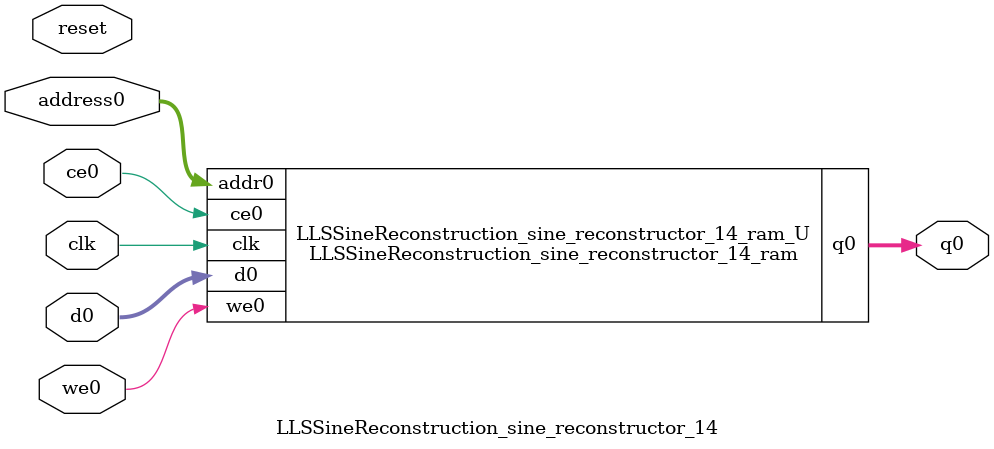
<source format=v>
`timescale 1 ns / 1 ps
module LLSSineReconstruction_sine_reconstructor_14_ram (addr0, ce0, d0, we0, q0,  clk);

parameter DWIDTH = 60;
parameter AWIDTH = 8;
parameter MEM_SIZE = 240;

input[AWIDTH-1:0] addr0;
input ce0;
input[DWIDTH-1:0] d0;
input we0;
output reg[DWIDTH-1:0] q0;
input clk;

reg [DWIDTH-1:0] ram[0:MEM_SIZE-1];




always @(posedge clk)  
begin 
    if (ce0) begin
        if (we0) 
            ram[addr0] <= d0; 
        q0 <= ram[addr0];
    end
end


endmodule

`timescale 1 ns / 1 ps
module LLSSineReconstruction_sine_reconstructor_14(
    reset,
    clk,
    address0,
    ce0,
    we0,
    d0,
    q0);

parameter DataWidth = 32'd60;
parameter AddressRange = 32'd240;
parameter AddressWidth = 32'd8;
input reset;
input clk;
input[AddressWidth - 1:0] address0;
input ce0;
input we0;
input[DataWidth - 1:0] d0;
output[DataWidth - 1:0] q0;



LLSSineReconstruction_sine_reconstructor_14_ram LLSSineReconstruction_sine_reconstructor_14_ram_U(
    .clk( clk ),
    .addr0( address0 ),
    .ce0( ce0 ),
    .we0( we0 ),
    .d0( d0 ),
    .q0( q0 ));

endmodule


</source>
